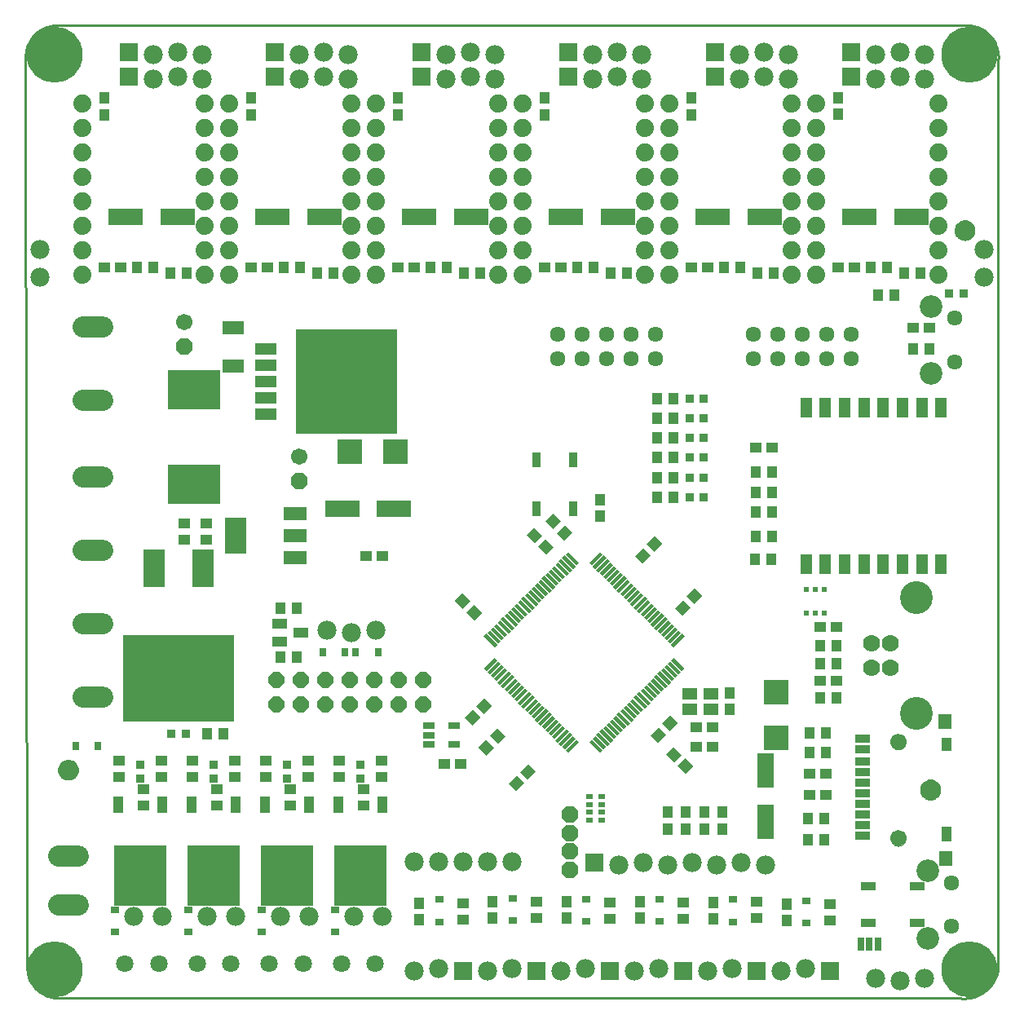
<source format=gts>
G75*
G70*
%OFA0B0*%
%FSLAX24Y24*%
%IPPOS*%
%LPD*%
%AMOC8*
5,1,8,0,0,1.08239X$1,22.5*
%
%ADD10C,0.0100*%
%ADD11R,0.0146X0.0631*%
%ADD12R,0.0631X0.0146*%
%ADD13R,0.0591X0.0512*%
%ADD14R,0.0473X0.0434*%
%ADD15R,0.0434X0.0473*%
%ADD16R,0.0640X0.0340*%
%ADD17R,0.0355X0.0355*%
%ADD18R,0.0340X0.0640*%
%ADD19C,0.0700*%
%ADD20C,0.1340*%
%ADD21R,0.0237X0.0237*%
%ADD22C,0.0634*%
%ADD23R,0.0367X0.0288*%
%ADD24R,0.1040X0.1040*%
%ADD25R,0.4138X0.4292*%
%ADD26R,0.0890X0.0460*%
%ADD27R,0.2166X0.1615*%
%ADD28R,0.0867X0.0540*%
%ADD29OC8,0.0670*%
%ADD30C,0.0670*%
%ADD31R,0.0512X0.0827*%
%ADD32C,0.0926*%
%ADD33C,0.0780*%
%ADD34R,0.0571X0.0631*%
%ADD35R,0.0434X0.0591*%
%ADD36R,0.0434X0.0552*%
%ADD37R,0.0631X0.0335*%
%ADD38C,0.0000*%
%ADD39C,0.0670*%
%ADD40R,0.0780X0.0780*%
%ADD41C,0.0740*%
%ADD42R,0.1418X0.0670*%
%ADD43R,0.0860X0.1540*%
%ADD44R,0.4540X0.3540*%
%ADD45C,0.0865*%
%ADD46C,0.0050*%
%ADD47R,0.2166X0.2481*%
%ADD48R,0.0434X0.0670*%
%ADD49C,0.0709*%
%ADD50R,0.0920X0.0520*%
%ADD51R,0.0906X0.1457*%
%ADD52R,0.0296X0.0237*%
%ADD53R,0.0591X0.0434*%
%ADD54R,0.0288X0.0367*%
%ADD55OC8,0.0640*%
%ADD56R,0.0512X0.0257*%
%ADD57R,0.0290X0.0540*%
%ADD58R,0.0670X0.1418*%
%ADD59C,0.2290*%
D10*
X002393Y001821D02*
X002330Y038999D01*
X002331Y038998D02*
X002328Y039067D01*
X002329Y039135D01*
X002334Y039203D01*
X002343Y039271D01*
X002355Y039339D01*
X002371Y039405D01*
X002390Y039471D01*
X002413Y039535D01*
X002440Y039599D01*
X002470Y039660D01*
X002503Y039720D01*
X002539Y039778D01*
X002578Y039834D01*
X002621Y039888D01*
X002666Y039939D01*
X002714Y039988D01*
X002764Y040034D01*
X002817Y040078D01*
X002873Y040118D01*
X002930Y040156D01*
X002989Y040190D01*
X003050Y040221D01*
X003113Y040249D01*
X003177Y040273D01*
X003242Y040294D01*
X003308Y040311D01*
X003375Y040324D01*
X003443Y040334D01*
X003511Y040340D01*
X003511Y040341D02*
X040913Y040341D01*
X040983Y040333D01*
X041052Y040321D01*
X041121Y040306D01*
X041188Y040287D01*
X041255Y040264D01*
X041320Y040238D01*
X041384Y040208D01*
X041446Y040175D01*
X041506Y040138D01*
X041564Y040098D01*
X041619Y040056D01*
X041673Y040010D01*
X041724Y039961D01*
X041772Y039910D01*
X041817Y039856D01*
X041859Y039800D01*
X041898Y039741D01*
X041934Y039681D01*
X041967Y039619D01*
X041996Y039555D01*
X042022Y039489D01*
X042044Y039423D01*
X042062Y039355D01*
X042077Y039286D01*
X042088Y039217D01*
X042095Y039147D01*
X042099Y039077D01*
X042098Y039006D01*
X042094Y038936D01*
X042094Y001759D01*
X042095Y001759D02*
X042081Y001685D01*
X042063Y001613D01*
X042042Y001541D01*
X042016Y001471D01*
X041988Y001402D01*
X041955Y001334D01*
X041919Y001269D01*
X041880Y001205D01*
X041837Y001144D01*
X041792Y001085D01*
X041743Y001028D01*
X041691Y000974D01*
X041637Y000923D01*
X041580Y000874D01*
X041520Y000829D01*
X041459Y000787D01*
X041395Y000748D01*
X041329Y000712D01*
X041261Y000680D01*
X041192Y000652D01*
X041122Y000627D01*
X041050Y000606D01*
X040977Y000589D01*
X040904Y000576D01*
X040829Y000566D01*
X040755Y000561D01*
X040680Y000559D01*
X040605Y000561D01*
X040531Y000567D01*
X040457Y000577D01*
X040456Y000578D02*
X003699Y000578D01*
X003698Y000577D02*
X003629Y000578D01*
X003560Y000581D01*
X003492Y000589D01*
X003424Y000600D01*
X003356Y000615D01*
X003290Y000634D01*
X003224Y000656D01*
X003160Y000682D01*
X003098Y000711D01*
X003037Y000744D01*
X002978Y000779D01*
X002921Y000818D01*
X002866Y000860D01*
X002813Y000905D01*
X002763Y000953D01*
X002716Y001003D01*
X002671Y001056D01*
X002630Y001111D01*
X002591Y001168D01*
X002555Y001227D01*
X002523Y001288D01*
X002494Y001351D01*
X002469Y001415D01*
X002447Y001481D01*
X002429Y001547D01*
X002414Y001615D01*
X002403Y001683D01*
X002396Y001752D01*
X002392Y001821D01*
D11*
G36*
X021611Y015023D02*
X021508Y014920D01*
X021063Y015365D01*
X021166Y015468D01*
X021611Y015023D01*
G37*
G36*
X021750Y015162D02*
X021647Y015059D01*
X021202Y015504D01*
X021305Y015607D01*
X021750Y015162D01*
G37*
G36*
X021889Y015301D02*
X021786Y015198D01*
X021341Y015643D01*
X021444Y015746D01*
X021889Y015301D01*
G37*
G36*
X022028Y015441D02*
X021925Y015338D01*
X021480Y015783D01*
X021583Y015886D01*
X022028Y015441D01*
G37*
G36*
X022168Y015580D02*
X022065Y015477D01*
X021620Y015922D01*
X021723Y016025D01*
X022168Y015580D01*
G37*
G36*
X022307Y015719D02*
X022204Y015616D01*
X021759Y016061D01*
X021862Y016164D01*
X022307Y015719D01*
G37*
G36*
X022446Y015858D02*
X022343Y015755D01*
X021898Y016200D01*
X022001Y016303D01*
X022446Y015858D01*
G37*
G36*
X022585Y015997D02*
X022482Y015894D01*
X022037Y016339D01*
X022140Y016442D01*
X022585Y015997D01*
G37*
G36*
X022724Y016137D02*
X022621Y016034D01*
X022176Y016479D01*
X022279Y016582D01*
X022724Y016137D01*
G37*
G36*
X022864Y016276D02*
X022761Y016173D01*
X022316Y016618D01*
X022419Y016721D01*
X022864Y016276D01*
G37*
G36*
X023003Y016415D02*
X022900Y016312D01*
X022455Y016757D01*
X022558Y016860D01*
X023003Y016415D01*
G37*
G36*
X023142Y016554D02*
X023039Y016451D01*
X022594Y016896D01*
X022697Y016999D01*
X023142Y016554D01*
G37*
G36*
X023281Y016693D02*
X023178Y016590D01*
X022733Y017035D01*
X022836Y017138D01*
X023281Y016693D01*
G37*
G36*
X023420Y016833D02*
X023317Y016730D01*
X022872Y017175D01*
X022975Y017278D01*
X023420Y016833D01*
G37*
G36*
X023560Y016972D02*
X023457Y016869D01*
X023012Y017314D01*
X023115Y017417D01*
X023560Y016972D01*
G37*
G36*
X023699Y017111D02*
X023596Y017008D01*
X023151Y017453D01*
X023254Y017556D01*
X023699Y017111D01*
G37*
G36*
X023838Y017250D02*
X023735Y017147D01*
X023290Y017592D01*
X023393Y017695D01*
X023838Y017250D01*
G37*
G36*
X023977Y017389D02*
X023874Y017286D01*
X023429Y017731D01*
X023532Y017834D01*
X023977Y017389D01*
G37*
G36*
X024116Y017529D02*
X024013Y017426D01*
X023568Y017871D01*
X023671Y017974D01*
X024116Y017529D01*
G37*
G36*
X024255Y017668D02*
X024152Y017565D01*
X023707Y018010D01*
X023810Y018113D01*
X024255Y017668D01*
G37*
G36*
X024395Y017807D02*
X024292Y017704D01*
X023847Y018149D01*
X023950Y018252D01*
X024395Y017807D01*
G37*
G36*
X024534Y017946D02*
X024431Y017843D01*
X023986Y018288D01*
X024089Y018391D01*
X024534Y017946D01*
G37*
G36*
X024673Y018085D02*
X024570Y017982D01*
X024125Y018427D01*
X024228Y018530D01*
X024673Y018085D01*
G37*
G36*
X024812Y018225D02*
X024709Y018122D01*
X024264Y018567D01*
X024367Y018670D01*
X024812Y018225D01*
G37*
G36*
X024951Y018364D02*
X024848Y018261D01*
X024403Y018706D01*
X024506Y018809D01*
X024951Y018364D01*
G37*
G36*
X029266Y014049D02*
X029163Y013946D01*
X028718Y014391D01*
X028821Y014494D01*
X029266Y014049D01*
G37*
G36*
X029127Y013910D02*
X029024Y013807D01*
X028579Y014252D01*
X028682Y014355D01*
X029127Y013910D01*
G37*
G36*
X028988Y013770D02*
X028885Y013667D01*
X028440Y014112D01*
X028543Y014215D01*
X028988Y013770D01*
G37*
G36*
X028849Y013631D02*
X028746Y013528D01*
X028301Y013973D01*
X028404Y014076D01*
X028849Y013631D01*
G37*
G36*
X028710Y013492D02*
X028607Y013389D01*
X028162Y013834D01*
X028265Y013937D01*
X028710Y013492D01*
G37*
G36*
X028571Y013353D02*
X028468Y013250D01*
X028023Y013695D01*
X028126Y013798D01*
X028571Y013353D01*
G37*
G36*
X028431Y013214D02*
X028328Y013111D01*
X027883Y013556D01*
X027986Y013659D01*
X028431Y013214D01*
G37*
G36*
X028292Y013074D02*
X028189Y012971D01*
X027744Y013416D01*
X027847Y013519D01*
X028292Y013074D01*
G37*
G36*
X028153Y012935D02*
X028050Y012832D01*
X027605Y013277D01*
X027708Y013380D01*
X028153Y012935D01*
G37*
G36*
X028014Y012796D02*
X027911Y012693D01*
X027466Y013138D01*
X027569Y013241D01*
X028014Y012796D01*
G37*
G36*
X027875Y012657D02*
X027772Y012554D01*
X027327Y012999D01*
X027430Y013102D01*
X027875Y012657D01*
G37*
G36*
X027735Y012518D02*
X027632Y012415D01*
X027187Y012860D01*
X027290Y012963D01*
X027735Y012518D01*
G37*
G36*
X027596Y012378D02*
X027493Y012275D01*
X027048Y012720D01*
X027151Y012823D01*
X027596Y012378D01*
G37*
G36*
X027457Y012239D02*
X027354Y012136D01*
X026909Y012581D01*
X027012Y012684D01*
X027457Y012239D01*
G37*
G36*
X027318Y012100D02*
X027215Y011997D01*
X026770Y012442D01*
X026873Y012545D01*
X027318Y012100D01*
G37*
G36*
X027179Y011961D02*
X027076Y011858D01*
X026631Y012303D01*
X026734Y012406D01*
X027179Y011961D01*
G37*
G36*
X027039Y011822D02*
X026936Y011719D01*
X026491Y012164D01*
X026594Y012267D01*
X027039Y011822D01*
G37*
G36*
X026900Y011682D02*
X026797Y011579D01*
X026352Y012024D01*
X026455Y012127D01*
X026900Y011682D01*
G37*
G36*
X026761Y011543D02*
X026658Y011440D01*
X026213Y011885D01*
X026316Y011988D01*
X026761Y011543D01*
G37*
G36*
X026622Y011404D02*
X026519Y011301D01*
X026074Y011746D01*
X026177Y011849D01*
X026622Y011404D01*
G37*
G36*
X026483Y011265D02*
X026380Y011162D01*
X025935Y011607D01*
X026038Y011710D01*
X026483Y011265D01*
G37*
G36*
X026343Y011126D02*
X026240Y011023D01*
X025795Y011468D01*
X025898Y011571D01*
X026343Y011126D01*
G37*
G36*
X026204Y010986D02*
X026101Y010883D01*
X025656Y011328D01*
X025759Y011431D01*
X026204Y010986D01*
G37*
G36*
X026065Y010847D02*
X025962Y010744D01*
X025517Y011189D01*
X025620Y011292D01*
X026065Y010847D01*
G37*
G36*
X025926Y010708D02*
X025823Y010605D01*
X025378Y011050D01*
X025481Y011153D01*
X025926Y010708D01*
G37*
D12*
G36*
X024951Y011050D02*
X024506Y010605D01*
X024403Y010708D01*
X024848Y011153D01*
X024951Y011050D01*
G37*
G36*
X024812Y011189D02*
X024367Y010744D01*
X024264Y010847D01*
X024709Y011292D01*
X024812Y011189D01*
G37*
G36*
X024673Y011328D02*
X024228Y010883D01*
X024125Y010986D01*
X024570Y011431D01*
X024673Y011328D01*
G37*
G36*
X024534Y011468D02*
X024089Y011023D01*
X023986Y011126D01*
X024431Y011571D01*
X024534Y011468D01*
G37*
G36*
X024395Y011607D02*
X023950Y011162D01*
X023847Y011265D01*
X024292Y011710D01*
X024395Y011607D01*
G37*
G36*
X024255Y011746D02*
X023810Y011301D01*
X023707Y011404D01*
X024152Y011849D01*
X024255Y011746D01*
G37*
G36*
X024116Y011885D02*
X023671Y011440D01*
X023568Y011543D01*
X024013Y011988D01*
X024116Y011885D01*
G37*
G36*
X023977Y012024D02*
X023532Y011579D01*
X023429Y011682D01*
X023874Y012127D01*
X023977Y012024D01*
G37*
G36*
X023838Y012164D02*
X023393Y011719D01*
X023290Y011822D01*
X023735Y012267D01*
X023838Y012164D01*
G37*
G36*
X023699Y012303D02*
X023254Y011858D01*
X023151Y011961D01*
X023596Y012406D01*
X023699Y012303D01*
G37*
G36*
X023560Y012442D02*
X023115Y011997D01*
X023012Y012100D01*
X023457Y012545D01*
X023560Y012442D01*
G37*
G36*
X023420Y012581D02*
X022975Y012136D01*
X022872Y012239D01*
X023317Y012684D01*
X023420Y012581D01*
G37*
G36*
X023281Y012720D02*
X022836Y012275D01*
X022733Y012378D01*
X023178Y012823D01*
X023281Y012720D01*
G37*
G36*
X023142Y012860D02*
X022697Y012415D01*
X022594Y012518D01*
X023039Y012963D01*
X023142Y012860D01*
G37*
G36*
X023003Y012999D02*
X022558Y012554D01*
X022455Y012657D01*
X022900Y013102D01*
X023003Y012999D01*
G37*
G36*
X022864Y013138D02*
X022419Y012693D01*
X022316Y012796D01*
X022761Y013241D01*
X022864Y013138D01*
G37*
G36*
X022724Y013277D02*
X022279Y012832D01*
X022176Y012935D01*
X022621Y013380D01*
X022724Y013277D01*
G37*
G36*
X022585Y013416D02*
X022140Y012971D01*
X022037Y013074D01*
X022482Y013519D01*
X022585Y013416D01*
G37*
G36*
X022446Y013556D02*
X022001Y013111D01*
X021898Y013214D01*
X022343Y013659D01*
X022446Y013556D01*
G37*
G36*
X022307Y013695D02*
X021862Y013250D01*
X021759Y013353D01*
X022204Y013798D01*
X022307Y013695D01*
G37*
G36*
X022168Y013834D02*
X021723Y013389D01*
X021620Y013492D01*
X022065Y013937D01*
X022168Y013834D01*
G37*
G36*
X022028Y013973D02*
X021583Y013528D01*
X021480Y013631D01*
X021925Y014076D01*
X022028Y013973D01*
G37*
G36*
X021889Y014112D02*
X021444Y013667D01*
X021341Y013770D01*
X021786Y014215D01*
X021889Y014112D01*
G37*
G36*
X021750Y014252D02*
X021305Y013807D01*
X021202Y013910D01*
X021647Y014355D01*
X021750Y014252D01*
G37*
G36*
X021611Y014391D02*
X021166Y013946D01*
X021063Y014049D01*
X021508Y014494D01*
X021611Y014391D01*
G37*
G36*
X025926Y018706D02*
X025481Y018261D01*
X025378Y018364D01*
X025823Y018809D01*
X025926Y018706D01*
G37*
G36*
X026065Y018567D02*
X025620Y018122D01*
X025517Y018225D01*
X025962Y018670D01*
X026065Y018567D01*
G37*
G36*
X026204Y018427D02*
X025759Y017982D01*
X025656Y018085D01*
X026101Y018530D01*
X026204Y018427D01*
G37*
G36*
X026343Y018288D02*
X025898Y017843D01*
X025795Y017946D01*
X026240Y018391D01*
X026343Y018288D01*
G37*
G36*
X026483Y018149D02*
X026038Y017704D01*
X025935Y017807D01*
X026380Y018252D01*
X026483Y018149D01*
G37*
G36*
X026622Y018010D02*
X026177Y017565D01*
X026074Y017668D01*
X026519Y018113D01*
X026622Y018010D01*
G37*
G36*
X026761Y017871D02*
X026316Y017426D01*
X026213Y017529D01*
X026658Y017974D01*
X026761Y017871D01*
G37*
G36*
X026900Y017731D02*
X026455Y017286D01*
X026352Y017389D01*
X026797Y017834D01*
X026900Y017731D01*
G37*
G36*
X027039Y017592D02*
X026594Y017147D01*
X026491Y017250D01*
X026936Y017695D01*
X027039Y017592D01*
G37*
G36*
X027179Y017453D02*
X026734Y017008D01*
X026631Y017111D01*
X027076Y017556D01*
X027179Y017453D01*
G37*
G36*
X027318Y017314D02*
X026873Y016869D01*
X026770Y016972D01*
X027215Y017417D01*
X027318Y017314D01*
G37*
G36*
X027457Y017175D02*
X027012Y016730D01*
X026909Y016833D01*
X027354Y017278D01*
X027457Y017175D01*
G37*
G36*
X027596Y017035D02*
X027151Y016590D01*
X027048Y016693D01*
X027493Y017138D01*
X027596Y017035D01*
G37*
G36*
X027735Y016896D02*
X027290Y016451D01*
X027187Y016554D01*
X027632Y016999D01*
X027735Y016896D01*
G37*
G36*
X027875Y016757D02*
X027430Y016312D01*
X027327Y016415D01*
X027772Y016860D01*
X027875Y016757D01*
G37*
G36*
X028014Y016618D02*
X027569Y016173D01*
X027466Y016276D01*
X027911Y016721D01*
X028014Y016618D01*
G37*
G36*
X028153Y016479D02*
X027708Y016034D01*
X027605Y016137D01*
X028050Y016582D01*
X028153Y016479D01*
G37*
G36*
X028292Y016339D02*
X027847Y015894D01*
X027744Y015997D01*
X028189Y016442D01*
X028292Y016339D01*
G37*
G36*
X028431Y016200D02*
X027986Y015755D01*
X027883Y015858D01*
X028328Y016303D01*
X028431Y016200D01*
G37*
G36*
X028571Y016061D02*
X028126Y015616D01*
X028023Y015719D01*
X028468Y016164D01*
X028571Y016061D01*
G37*
G36*
X028710Y015922D02*
X028265Y015477D01*
X028162Y015580D01*
X028607Y016025D01*
X028710Y015922D01*
G37*
G36*
X028849Y015783D02*
X028404Y015338D01*
X028301Y015441D01*
X028746Y015886D01*
X028849Y015783D01*
G37*
G36*
X028988Y015643D02*
X028543Y015198D01*
X028440Y015301D01*
X028885Y015746D01*
X028988Y015643D01*
G37*
G36*
X029127Y015504D02*
X028682Y015059D01*
X028579Y015162D01*
X029024Y015607D01*
X029127Y015504D01*
G37*
G36*
X029266Y015365D02*
X028821Y014920D01*
X028718Y015023D01*
X029163Y015468D01*
X029266Y015365D01*
G37*
D13*
X029482Y013022D03*
X029482Y012392D03*
X030348Y012392D03*
X030348Y013022D03*
D14*
X030409Y011657D03*
X029740Y011657D03*
X029736Y010861D03*
X030406Y010861D03*
G36*
X029327Y009746D02*
X028994Y010079D01*
X029301Y010386D01*
X029634Y010053D01*
X029327Y009746D01*
G37*
G36*
X028854Y010219D02*
X028521Y010552D01*
X028828Y010859D01*
X029161Y010526D01*
X028854Y010219D01*
G37*
G36*
X028506Y011349D02*
X028173Y011016D01*
X027866Y011323D01*
X028199Y011656D01*
X028506Y011349D01*
G37*
G36*
X028980Y011823D02*
X028647Y011490D01*
X028340Y011797D01*
X028673Y012130D01*
X028980Y011823D01*
G37*
G36*
X029505Y016549D02*
X029172Y016216D01*
X028865Y016523D01*
X029198Y016856D01*
X029505Y016549D01*
G37*
G36*
X029978Y017022D02*
X029645Y016689D01*
X029338Y016996D01*
X029671Y017329D01*
X029978Y017022D01*
G37*
G36*
X027706Y019131D02*
X028039Y019464D01*
X028346Y019157D01*
X028013Y018824D01*
X027706Y019131D01*
G37*
G36*
X027233Y018657D02*
X027566Y018990D01*
X027873Y018683D01*
X027540Y018350D01*
X027233Y018657D01*
G37*
G36*
X023606Y018706D02*
X023273Y019039D01*
X023580Y019346D01*
X023913Y019013D01*
X023606Y018706D01*
G37*
G36*
X023133Y019179D02*
X022800Y019512D01*
X023107Y019819D01*
X023440Y019486D01*
X023133Y019179D01*
G37*
G36*
X020669Y016656D02*
X021002Y016323D01*
X020695Y016016D01*
X020362Y016349D01*
X020669Y016656D01*
G37*
G36*
X020196Y017129D02*
X020529Y016796D01*
X020222Y016489D01*
X019889Y016822D01*
X020196Y017129D01*
G37*
X016920Y018658D03*
X016251Y018658D03*
X009705Y019305D03*
X009705Y019975D03*
X008830Y019975D03*
X008830Y019305D03*
X009143Y010287D03*
X009143Y009618D03*
X010143Y009100D03*
X010143Y008430D03*
X010893Y009618D03*
X010893Y010287D03*
X012143Y010287D03*
X012143Y009618D03*
X013143Y009100D03*
X013143Y008430D03*
X013893Y009618D03*
X013893Y010287D03*
X015143Y010287D03*
X015143Y009618D03*
X016143Y009100D03*
X016143Y008430D03*
X016893Y009618D03*
X016893Y010287D03*
X019433Y010140D03*
X020102Y010140D03*
G36*
X020269Y012029D02*
X020602Y012362D01*
X020909Y012055D01*
X020576Y011722D01*
X020269Y012029D01*
G37*
G36*
X020742Y012502D02*
X021075Y012835D01*
X021382Y012528D01*
X021049Y012195D01*
X020742Y012502D01*
G37*
G36*
X022543Y009810D02*
X022876Y010143D01*
X023183Y009836D01*
X022850Y009503D01*
X022543Y009810D01*
G37*
G36*
X022070Y009337D02*
X022403Y009670D01*
X022710Y009363D01*
X022377Y009030D01*
X022070Y009337D01*
G37*
X023209Y004507D03*
X023209Y003837D03*
X026209Y003819D03*
X026209Y004488D03*
X029201Y004486D03*
X029201Y003817D03*
X032201Y003839D03*
X032201Y004508D03*
X035201Y004421D03*
X035201Y003751D03*
X035049Y008871D03*
X034379Y008871D03*
X034392Y009759D03*
X035062Y009759D03*
X034807Y013536D03*
X035476Y013536D03*
X035496Y015735D03*
X034826Y015735D03*
X032858Y023094D03*
X032188Y023094D03*
X038620Y027969D03*
X039290Y027969D03*
X036227Y030453D03*
X035558Y030453D03*
X030227Y030453D03*
X029558Y030453D03*
X024227Y030453D03*
X023558Y030453D03*
X018227Y030453D03*
X017558Y030453D03*
X012227Y030453D03*
X011558Y030453D03*
X006227Y030453D03*
X005558Y030453D03*
X006143Y010287D03*
X006143Y009618D03*
X007143Y009100D03*
X007893Y009618D03*
X007893Y010287D03*
X007143Y008430D03*
X020201Y004461D03*
X020201Y003792D03*
D15*
X021409Y003841D03*
X021409Y004511D03*
X018409Y004461D03*
X018409Y003791D03*
X024459Y003833D03*
X024459Y004502D03*
X027459Y004509D03*
X027459Y003840D03*
X030459Y003810D03*
X030459Y004479D03*
X033459Y004427D03*
X033459Y003758D03*
X034323Y007032D03*
X034992Y007032D03*
X034993Y007915D03*
X034324Y007915D03*
X034386Y010602D03*
X035055Y010602D03*
X035055Y011420D03*
X034386Y011420D03*
X034807Y012832D03*
X035476Y012832D03*
X035476Y014239D03*
X034807Y014239D03*
X034807Y014983D03*
X035476Y014983D03*
X032818Y018512D03*
X032149Y018512D03*
X032169Y019437D03*
X032838Y019437D03*
X032838Y020441D03*
X032169Y020441D03*
X032173Y021259D03*
X032843Y021259D03*
X032858Y022072D03*
X032188Y022072D03*
X028821Y021852D03*
X028152Y021852D03*
X028152Y022664D03*
X028821Y022664D03*
X028821Y023471D03*
X028152Y023471D03*
X028151Y024276D03*
X028820Y024276D03*
X028820Y025078D03*
X028151Y025078D03*
X028152Y021033D03*
X028821Y021033D03*
X025803Y020944D03*
X025803Y020275D03*
G36*
X024378Y019922D02*
X024685Y019615D01*
X024352Y019282D01*
X024045Y019589D01*
X024378Y019922D01*
G37*
G36*
X023905Y020395D02*
X024212Y020088D01*
X023879Y019755D01*
X023572Y020062D01*
X023905Y020395D01*
G37*
X031115Y013042D03*
X031115Y012372D03*
X030830Y008162D03*
X030830Y007493D03*
X030080Y007493D03*
X029330Y007493D03*
X029330Y008162D03*
X030080Y008162D03*
X028580Y008162D03*
X028580Y007493D03*
G36*
X021949Y011270D02*
X021642Y010963D01*
X021309Y011296D01*
X021616Y011603D01*
X021949Y011270D01*
G37*
G36*
X021476Y010797D02*
X021169Y010490D01*
X020836Y010823D01*
X021143Y011130D01*
X021476Y010797D01*
G37*
X013415Y014515D03*
X012745Y014515D03*
X012745Y016515D03*
X013415Y016515D03*
X010415Y011390D03*
X009745Y011390D03*
X008915Y030203D03*
X008245Y030203D03*
X007540Y030453D03*
X006870Y030453D03*
X012870Y030453D03*
X013540Y030453D03*
X014245Y030203D03*
X014915Y030203D03*
X018870Y030453D03*
X019540Y030453D03*
X020245Y030203D03*
X020915Y030203D03*
X024870Y030453D03*
X025540Y030453D03*
X026245Y030203D03*
X026915Y030203D03*
X030870Y030453D03*
X031540Y030453D03*
X032245Y030203D03*
X032915Y030203D03*
X036870Y030453D03*
X037540Y030453D03*
X038245Y030203D03*
X038915Y030203D03*
X037852Y029296D03*
X037183Y029296D03*
X038625Y027097D03*
X039295Y027097D03*
X035561Y036699D03*
X035561Y037368D03*
X029561Y037362D03*
X029561Y036693D03*
X023561Y036693D03*
X023561Y037362D03*
X017561Y037362D03*
X017561Y036693D03*
X011549Y036693D03*
X011549Y037362D03*
X005561Y037362D03*
X005561Y036693D03*
D16*
X036779Y005151D03*
X036779Y003651D03*
X038779Y003651D03*
X038779Y005151D03*
D17*
X030057Y021033D03*
X029466Y021033D03*
X029466Y021852D03*
X030057Y021852D03*
X030057Y022664D03*
X029466Y022664D03*
X029466Y023471D03*
X030057Y023471D03*
X030060Y024276D03*
X029470Y024276D03*
X029470Y025078D03*
X030060Y025078D03*
X040097Y029390D03*
X040688Y029390D03*
X016018Y010123D03*
X016018Y009532D03*
X013018Y009532D03*
X013018Y010123D03*
X010018Y010123D03*
X010018Y009532D03*
X008875Y011390D03*
X008285Y011390D03*
X007018Y010123D03*
X007018Y009532D03*
D18*
X023198Y020562D03*
X024698Y020562D03*
X024698Y022562D03*
X023198Y022562D03*
D19*
X036913Y015063D03*
X037693Y015063D03*
X037693Y014079D03*
X036913Y014079D03*
D20*
X038763Y012201D03*
X038763Y016941D03*
D21*
X034995Y017264D03*
X034621Y017264D03*
X034247Y017264D03*
X034247Y016319D03*
X034621Y016319D03*
X034995Y016319D03*
D22*
X035080Y026703D03*
X035080Y027703D03*
X036080Y027703D03*
X036080Y026703D03*
X034080Y026703D03*
X034080Y027703D03*
X033080Y027703D03*
X032080Y027703D03*
X032080Y026703D03*
X033080Y026703D03*
X028080Y026703D03*
X028080Y027703D03*
X027080Y027703D03*
X027080Y026703D03*
X026080Y026703D03*
X026080Y027703D03*
X025080Y027703D03*
X024080Y027703D03*
X024080Y026703D03*
X025080Y026703D03*
X040322Y026593D03*
X040322Y028364D03*
X040197Y005286D03*
X040197Y003514D03*
D23*
X034260Y003631D03*
X034260Y004537D03*
X031260Y004599D03*
X031260Y003693D03*
X028260Y003721D03*
X028260Y004627D03*
X025260Y004620D03*
X025260Y003715D03*
X022260Y003735D03*
X022260Y004640D03*
X019260Y004598D03*
X019260Y003692D03*
X014980Y003275D03*
X014980Y004180D03*
X011980Y004180D03*
X011980Y003275D03*
X008980Y003275D03*
X008980Y004180D03*
X005980Y004180D03*
X005980Y003275D03*
D24*
X015584Y022910D03*
X017434Y022910D03*
X032999Y013073D03*
X032999Y011223D03*
D25*
X015444Y025782D03*
D26*
X012164Y025782D03*
X012164Y026452D03*
X012164Y027122D03*
X012164Y025112D03*
X012164Y024442D03*
D27*
X009202Y025444D03*
X009202Y021585D03*
D28*
X010830Y026423D03*
X010830Y027982D03*
D29*
X008798Y027223D03*
X013526Y021727D03*
X024580Y008078D03*
X024580Y007328D03*
X024580Y006578D03*
X024580Y005828D03*
D30*
X013526Y022727D03*
X008798Y028223D03*
D31*
X034241Y024697D03*
X035029Y024697D03*
X035816Y024697D03*
X036604Y024697D03*
X037391Y024697D03*
X038178Y024697D03*
X038966Y024697D03*
X039753Y024697D03*
X039753Y018319D03*
X038966Y018319D03*
X038178Y018319D03*
X037391Y018319D03*
X036604Y018319D03*
X035816Y018319D03*
X035029Y018319D03*
X034241Y018319D03*
D32*
X039338Y026101D03*
X039338Y028857D03*
X039213Y005778D03*
X039213Y003022D03*
D33*
X039080Y001378D03*
X038080Y001278D03*
X037080Y001378D03*
X034204Y001784D03*
X033204Y001684D03*
X031204Y001784D03*
X030204Y001684D03*
X028204Y001784D03*
X027204Y001684D03*
X025204Y001784D03*
X024204Y001684D03*
X022204Y001784D03*
X021204Y001684D03*
X019204Y001784D03*
X018204Y001684D03*
X016900Y003928D03*
X015760Y003928D03*
X013900Y003928D03*
X012760Y003928D03*
X010900Y003928D03*
X009760Y003928D03*
X007900Y003928D03*
X006760Y003928D03*
X018208Y006150D03*
X019208Y006150D03*
X020208Y006150D03*
X021208Y006150D03*
X022208Y006150D03*
X026580Y006028D03*
X027580Y006128D03*
X028580Y006028D03*
X029580Y006128D03*
X030580Y006028D03*
X031580Y006128D03*
X032580Y006028D03*
X016643Y015628D03*
X015643Y015528D03*
X014643Y015628D03*
X002924Y030039D03*
X002924Y031179D03*
X007536Y038153D03*
X007536Y039153D03*
X008536Y039253D03*
X009536Y039153D03*
X009536Y038153D03*
X008536Y038253D03*
X013518Y038153D03*
X014518Y038253D03*
X015518Y038153D03*
X015518Y039153D03*
X014518Y039253D03*
X013518Y039153D03*
X019518Y039153D03*
X019518Y038153D03*
X020518Y038253D03*
X021518Y038153D03*
X021518Y039153D03*
X020518Y039253D03*
X025518Y039153D03*
X026518Y039253D03*
X027518Y039153D03*
X027518Y038153D03*
X026518Y038253D03*
X025518Y038153D03*
X031518Y038153D03*
X032518Y038253D03*
X033518Y038153D03*
X033518Y039153D03*
X032518Y039253D03*
X031518Y039153D03*
X037080Y039153D03*
X038080Y039253D03*
X038080Y038253D03*
X037080Y038153D03*
X039080Y038153D03*
X039080Y039153D03*
X041518Y031179D03*
X041518Y030039D03*
D34*
X039928Y011862D03*
X039948Y006292D03*
D35*
X039987Y007286D03*
D36*
X039987Y010957D03*
D37*
X036533Y011173D03*
X036533Y010740D03*
X036533Y010229D03*
X036533Y009796D03*
X036533Y009362D03*
X036533Y008929D03*
X036533Y008496D03*
X036533Y008063D03*
X036533Y007630D03*
X036533Y007197D03*
D38*
X037684Y007109D02*
X037686Y007144D01*
X037692Y007179D01*
X037702Y007213D01*
X037715Y007246D01*
X037732Y007277D01*
X037753Y007305D01*
X037776Y007332D01*
X037803Y007355D01*
X037831Y007376D01*
X037862Y007393D01*
X037895Y007406D01*
X037929Y007416D01*
X037964Y007422D01*
X037999Y007424D01*
X038034Y007422D01*
X038069Y007416D01*
X038103Y007406D01*
X038136Y007393D01*
X038167Y007376D01*
X038195Y007355D01*
X038222Y007332D01*
X038245Y007305D01*
X038266Y007277D01*
X038283Y007246D01*
X038296Y007213D01*
X038306Y007179D01*
X038312Y007144D01*
X038314Y007109D01*
X038312Y007074D01*
X038306Y007039D01*
X038296Y007005D01*
X038283Y006972D01*
X038266Y006941D01*
X038245Y006913D01*
X038222Y006886D01*
X038195Y006863D01*
X038167Y006842D01*
X038136Y006825D01*
X038103Y006812D01*
X038069Y006802D01*
X038034Y006796D01*
X037999Y006794D01*
X037964Y006796D01*
X037929Y006802D01*
X037895Y006812D01*
X037862Y006825D01*
X037831Y006842D01*
X037803Y006863D01*
X037776Y006886D01*
X037753Y006913D01*
X037732Y006941D01*
X037715Y006972D01*
X037702Y007005D01*
X037692Y007039D01*
X037686Y007074D01*
X037684Y007109D01*
X037684Y011046D02*
X037686Y011081D01*
X037692Y011116D01*
X037702Y011150D01*
X037715Y011183D01*
X037732Y011214D01*
X037753Y011242D01*
X037776Y011269D01*
X037803Y011292D01*
X037831Y011313D01*
X037862Y011330D01*
X037895Y011343D01*
X037929Y011353D01*
X037964Y011359D01*
X037999Y011361D01*
X038034Y011359D01*
X038069Y011353D01*
X038103Y011343D01*
X038136Y011330D01*
X038167Y011313D01*
X038195Y011292D01*
X038222Y011269D01*
X038245Y011242D01*
X038266Y011214D01*
X038283Y011183D01*
X038296Y011150D01*
X038306Y011116D01*
X038312Y011081D01*
X038314Y011046D01*
X038312Y011011D01*
X038306Y010976D01*
X038296Y010942D01*
X038283Y010909D01*
X038266Y010878D01*
X038245Y010850D01*
X038222Y010823D01*
X038195Y010800D01*
X038167Y010779D01*
X038136Y010762D01*
X038103Y010749D01*
X038069Y010739D01*
X038034Y010733D01*
X037999Y010731D01*
X037964Y010733D01*
X037929Y010739D01*
X037895Y010749D01*
X037862Y010762D01*
X037831Y010779D01*
X037803Y010800D01*
X037776Y010823D01*
X037753Y010850D01*
X037732Y010878D01*
X037715Y010909D01*
X037702Y010942D01*
X037692Y010976D01*
X037686Y011011D01*
X037684Y011046D01*
D39*
X037999Y011046D03*
X037999Y007109D03*
D40*
X035204Y001684D03*
X032204Y001684D03*
X029204Y001684D03*
X026204Y001684D03*
X023204Y001684D03*
X020204Y001684D03*
X025580Y006128D03*
X024518Y038253D03*
X024518Y039253D03*
X030518Y039253D03*
X030518Y038253D03*
X036080Y038253D03*
X036080Y039253D03*
X018518Y039253D03*
X018518Y038253D03*
X012518Y038253D03*
X012518Y039253D03*
X006536Y039253D03*
X006536Y038253D03*
D41*
X004661Y037159D03*
X004661Y036159D03*
X004661Y035159D03*
X004661Y034159D03*
X004661Y033159D03*
X004661Y032159D03*
X004661Y031159D03*
X004661Y030159D03*
X009661Y030159D03*
X009661Y031159D03*
X009661Y032159D03*
X010658Y032159D03*
X010658Y031159D03*
X010658Y030159D03*
X010658Y033159D03*
X010658Y034159D03*
X009661Y034159D03*
X009661Y033159D03*
X009661Y035159D03*
X009661Y036159D03*
X010658Y036159D03*
X010658Y035159D03*
X010658Y037159D03*
X009661Y037159D03*
X015658Y037159D03*
X016658Y037159D03*
X016658Y036159D03*
X015658Y036159D03*
X015658Y035159D03*
X016658Y035159D03*
X016658Y034159D03*
X015658Y034159D03*
X015658Y033159D03*
X016658Y033159D03*
X016658Y032159D03*
X015658Y032159D03*
X015658Y031159D03*
X016658Y031159D03*
X016658Y030159D03*
X015658Y030159D03*
X021658Y030159D03*
X021658Y031159D03*
X021658Y032159D03*
X021658Y033159D03*
X021658Y034159D03*
X021658Y035159D03*
X021658Y036159D03*
X021658Y037159D03*
X022658Y037159D03*
X022658Y036159D03*
X022658Y035159D03*
X022658Y034159D03*
X022658Y033159D03*
X022658Y032159D03*
X022658Y031159D03*
X022658Y030159D03*
X027658Y030159D03*
X027658Y031159D03*
X027658Y032159D03*
X028658Y032159D03*
X028658Y031159D03*
X028658Y030159D03*
X028658Y033159D03*
X028658Y034159D03*
X027658Y034159D03*
X027658Y033159D03*
X027658Y035159D03*
X027658Y036159D03*
X028658Y036159D03*
X028658Y035159D03*
X028658Y037159D03*
X027658Y037159D03*
X033658Y037159D03*
X034658Y037159D03*
X034658Y036159D03*
X034658Y035159D03*
X033658Y035159D03*
X033658Y036159D03*
X033658Y034159D03*
X033658Y033159D03*
X034658Y033159D03*
X034658Y034159D03*
X034658Y032159D03*
X034658Y031159D03*
X034658Y030159D03*
X033658Y030159D03*
X033658Y031159D03*
X033658Y032159D03*
X039658Y032159D03*
X039658Y031159D03*
X039658Y030159D03*
X039658Y033159D03*
X039658Y034159D03*
X039658Y035159D03*
X039658Y036159D03*
X039658Y037159D03*
D42*
X038549Y032515D03*
X036423Y032515D03*
X032549Y032515D03*
X030423Y032515D03*
X026549Y032515D03*
X024423Y032515D03*
X020549Y032515D03*
X018423Y032515D03*
X014549Y032515D03*
X012423Y032515D03*
X008549Y032515D03*
X006423Y032515D03*
X015267Y020578D03*
X017393Y020578D03*
D43*
X009580Y018140D03*
X007580Y018140D03*
D44*
X008580Y013640D03*
D45*
X005493Y012890D02*
X004668Y012890D01*
X004668Y015890D02*
X005493Y015890D01*
X005493Y018890D02*
X004668Y018890D01*
X004668Y021890D02*
X005493Y021890D01*
X005493Y025015D02*
X004668Y025015D01*
X004668Y028015D02*
X005493Y028015D01*
X004493Y006390D02*
X003668Y006390D01*
X003668Y004390D02*
X004493Y004390D01*
D46*
X004080Y009496D02*
X004148Y009502D01*
X004215Y009520D01*
X004277Y009549D01*
X004333Y009588D01*
X004382Y009637D01*
X004421Y009693D01*
X004450Y009755D01*
X004468Y009822D01*
X004474Y009890D01*
X004468Y009958D01*
X004450Y010025D01*
X004421Y010087D01*
X004382Y010143D01*
X004333Y010192D01*
X004277Y010231D01*
X004215Y010260D01*
X004148Y010278D01*
X004080Y010284D01*
X004012Y010278D01*
X003945Y010260D01*
X003883Y010231D01*
X003827Y010192D01*
X003778Y010143D01*
X003739Y010087D01*
X003710Y010025D01*
X003692Y009958D01*
X003686Y009890D01*
X003692Y009822D01*
X003710Y009755D01*
X003739Y009693D01*
X003778Y009637D01*
X003827Y009588D01*
X003883Y009549D01*
X003945Y009520D01*
X004012Y009502D01*
X004080Y009496D01*
X004020Y009502D02*
X004140Y009502D01*
X004278Y009550D02*
X003882Y009550D01*
X003817Y009599D02*
X004343Y009599D01*
X004389Y009647D02*
X003771Y009647D01*
X003738Y009696D02*
X004422Y009696D01*
X004445Y009744D02*
X003715Y009744D01*
X003700Y009793D02*
X004460Y009793D01*
X004469Y009841D02*
X003691Y009841D01*
X003686Y009890D02*
X004474Y009890D01*
X004469Y009938D02*
X003691Y009938D01*
X003700Y009987D02*
X004460Y009987D01*
X004445Y010035D02*
X003715Y010035D01*
X003738Y010084D02*
X004422Y010084D01*
X004389Y010132D02*
X003771Y010132D01*
X003816Y010181D02*
X004344Y010181D01*
X004280Y010229D02*
X003880Y010229D01*
X004011Y010278D02*
X004149Y010278D01*
X038936Y009078D02*
X038942Y009146D01*
X038960Y009212D01*
X038989Y009274D01*
X039028Y009331D01*
X039077Y009379D01*
X039133Y009418D01*
X039195Y009447D01*
X039262Y009465D01*
X039330Y009471D01*
X039398Y009465D01*
X039465Y009447D01*
X039527Y009418D01*
X039583Y009379D01*
X039632Y009331D01*
X039671Y009274D01*
X039700Y009212D01*
X039718Y009146D01*
X039724Y009078D01*
X039718Y009009D01*
X039700Y008943D01*
X039671Y008881D01*
X039632Y008824D01*
X039583Y008776D01*
X039527Y008737D01*
X039465Y008708D01*
X039398Y008690D01*
X039330Y008684D01*
X039262Y008690D01*
X039195Y008708D01*
X039133Y008737D01*
X039077Y008776D01*
X039028Y008824D01*
X038989Y008881D01*
X038960Y008943D01*
X038942Y009009D01*
X038936Y009078D01*
X038937Y009065D02*
X039723Y009065D01*
X039721Y009114D02*
X038939Y009114D01*
X038947Y009162D02*
X039713Y009162D01*
X039700Y009211D02*
X038960Y009211D01*
X038982Y009259D02*
X039678Y009259D01*
X039648Y009308D02*
X039012Y009308D01*
X039054Y009356D02*
X039606Y009356D01*
X039547Y009405D02*
X039113Y009405D01*
X039216Y009453D02*
X039444Y009453D01*
X039718Y009017D02*
X038942Y009017D01*
X038953Y008968D02*
X039707Y008968D01*
X039689Y008920D02*
X038971Y008920D01*
X038996Y008871D02*
X039664Y008871D01*
X039630Y008823D02*
X039030Y008823D01*
X039080Y008774D02*
X039580Y008774D01*
X039503Y008726D02*
X039157Y008726D01*
X040736Y031559D02*
X040805Y031565D01*
X040871Y031583D01*
X040933Y031612D01*
X040989Y031651D01*
X041038Y031699D01*
X041077Y031756D01*
X041106Y031818D01*
X041124Y031884D01*
X041130Y031953D01*
X041124Y032021D01*
X041106Y032087D01*
X041077Y032149D01*
X041038Y032206D01*
X040989Y032254D01*
X040933Y032293D01*
X040871Y032322D01*
X040805Y032340D01*
X040736Y032346D01*
X040668Y032340D01*
X040602Y032322D01*
X040539Y032293D01*
X040483Y032254D01*
X040435Y032206D01*
X040395Y032149D01*
X040366Y032087D01*
X040349Y032021D01*
X040343Y031953D01*
X040349Y031884D01*
X040366Y031818D01*
X040395Y031756D01*
X040435Y031699D01*
X040483Y031651D01*
X040539Y031612D01*
X040602Y031583D01*
X040668Y031565D01*
X040736Y031559D01*
X040652Y031569D02*
X040821Y031569D01*
X040942Y031618D02*
X040531Y031618D01*
X040468Y031666D02*
X041005Y031666D01*
X041049Y031715D02*
X040424Y031715D01*
X040392Y031763D02*
X041081Y031763D01*
X041103Y031812D02*
X040369Y031812D01*
X040355Y031860D02*
X041118Y031860D01*
X041126Y031909D02*
X040346Y031909D01*
X040343Y031957D02*
X041130Y031957D01*
X041125Y032006D02*
X040347Y032006D01*
X040357Y032054D02*
X041115Y032054D01*
X041099Y032103D02*
X040374Y032103D01*
X040397Y032151D02*
X041076Y032151D01*
X041042Y032200D02*
X040431Y032200D01*
X040477Y032248D02*
X040995Y032248D01*
X040926Y032297D02*
X040546Y032297D01*
X040724Y032345D02*
X040748Y032345D01*
D47*
X016018Y005593D03*
X013018Y005593D03*
X010018Y005593D03*
X007018Y005593D03*
D48*
X007915Y008467D03*
X009120Y008467D03*
X010915Y008467D03*
X012120Y008467D03*
X013915Y008467D03*
X015120Y008467D03*
X016915Y008467D03*
X006120Y008467D03*
D49*
X006391Y001976D03*
X007769Y001976D03*
X009341Y001976D03*
X010719Y001976D03*
X012291Y001976D03*
X013669Y001976D03*
X015241Y001976D03*
X016619Y001976D03*
D50*
X013363Y018574D03*
X013363Y019484D03*
X013363Y020394D03*
D51*
X010922Y019484D03*
D52*
X025396Y008800D03*
X025396Y008485D03*
X025396Y008170D03*
X025396Y007855D03*
X025889Y007855D03*
X025889Y008170D03*
X025889Y008485D03*
X025889Y008800D03*
D53*
X013576Y015515D03*
X012709Y015141D03*
X012709Y015889D03*
D54*
X014477Y014728D03*
X015383Y014728D03*
X015827Y014728D03*
X016733Y014728D03*
X005283Y010890D03*
X004377Y010890D03*
D55*
X012580Y012578D03*
X013580Y012578D03*
X014580Y012578D03*
X014580Y013578D03*
X013580Y013578D03*
X012580Y013578D03*
X015580Y013578D03*
X016580Y013578D03*
X017580Y013578D03*
X018580Y013578D03*
X018580Y012578D03*
X017580Y012578D03*
X016580Y012578D03*
X015580Y012578D03*
D56*
X018818Y011702D03*
X018818Y011328D03*
X018818Y010953D03*
X019842Y010953D03*
X019842Y011702D03*
D57*
X036480Y002765D03*
X036830Y002765D03*
X037180Y002765D03*
D58*
X032580Y007765D03*
X032580Y009890D03*
D59*
X040913Y001759D03*
X003511Y001759D03*
X003511Y039160D03*
X040913Y039160D03*
M02*

</source>
